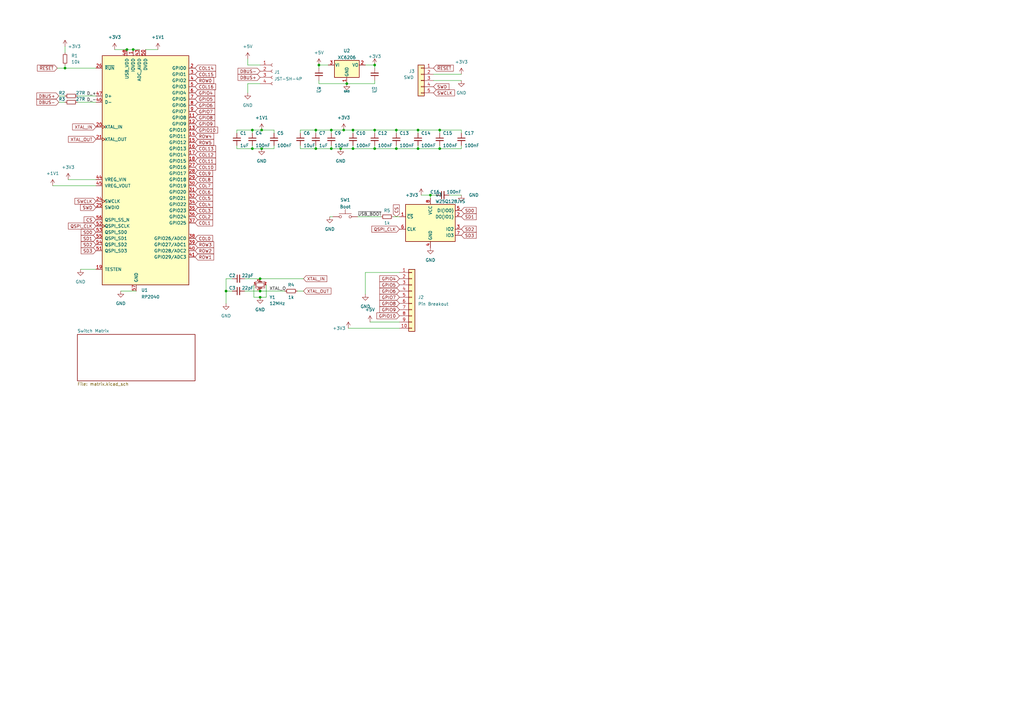
<source format=kicad_sch>
(kicad_sch (version 20211123) (generator eeschema)
  (paper "A3")
  (title_block (title "nullus v1 PCB (UDB COMPATIBLE)") (date "2022-10-07") (rev "3") (company "Nullus Studios"))
  (lib_symbols
    (symbol "Connector:Conn_01x04_Female" (pin_names (offset 1.016) hide)
      (property "Reference" "J" (at 0 5.08 0))
      (property "Value" "Conn_01x04_Female" (at 0 -7.62 0))
      (symbol "Conn_01x04_Female_1_1"
        (arc (start 0 -4.572) (mid -0.508 -5.08) (end 0 -5.588) (stroke (width 0.1524)))
        (arc (start 0 -2.032) (mid -0.508 -2.54) (end 0 -3.048) (stroke (width 0.1524)))
        (polyline (pts (xy -1.27 -5.08) (xy -0.508 -5.08)) (stroke (width 0.1524)))
        (polyline (pts (xy -1.27 -2.54) (xy -0.508 -2.54)) (stroke (width 0.1524)))
        (polyline (pts (xy -1.27 0) (xy -0.508 0)) (stroke (width 0.1524)))
        (polyline (pts (xy -1.27 2.54) (xy -0.508 2.54)) (stroke (width 0.1524)))
        (arc (start 0 0.508) (mid -0.508 0) (end 0 -0.508) (stroke (width 0.1524)))
        (arc (start 0 3.048) (mid -0.508 2.54) (end 0 2.032) (stroke (width 0.1524)))
        (pin passive line (at -5.08 2.54 0) (length 3.81) (name "Pin_1") (number "1"))
        (pin passive line (at -5.08 0 0) (length 3.81) (name "Pin_2") (number "2"))
        (pin passive line (at -5.08 -2.54 0) (length 3.81) (name "Pin_3") (number "3"))
        (pin passive line (at -5.08 -5.08 0) (length 3.81) (name "Pin_4") (number "4"))
      )
    )
    (symbol "Connector_Generic:Conn_01x05" (pin_names (offset 1.016) hide)
      (property "Reference" "J" (at 0 7.62 0))
      (property "Value" "Conn_01x05" (at 0 -7.62 0))
      (symbol "Conn_01x05_1_1"
        (rectangle (start -1.27 -4.953) (end 0 -5.207) (stroke (width 0.1524)))
        (rectangle (start -1.27 -2.413) (end 0 -2.667) (stroke (width 0.1524)))
        (rectangle (start -1.27 0.127) (end 0 -0.127) (stroke (width 0.1524)))
        (rectangle (start -1.27 2.667) (end 0 2.413) (stroke (width 0.1524)))
        (rectangle (start -1.27 5.207) (end 0 4.953) (stroke (width 0.1524)))
        (rectangle (start -1.27 6.35) (end 1.27 -6.35) (stroke (width 0.254)) (fill (type background)))
        (pin passive line (at -5.08 5.08 0) (length 3.81) (name "Pin_1") (number "1"))
        (pin passive line (at -5.08 2.54 0) (length 3.81) (name "Pin_2") (number "2"))
        (pin passive line (at -5.08 0 0) (length 3.81) (name "Pin_3") (number "3"))
        (pin passive line (at -5.08 -2.54 0) (length 3.81) (name "Pin_4") (number "4"))
        (pin passive line (at -5.08 -5.08 0) (length 3.81) (name "Pin_5") (number "5"))
      )
    )
    (symbol "Connector_Generic:Conn_01x10" (pin_names (offset 1.016) hide)
      (property "Reference" "J" (at 0 12.7 0))
      (property "Value" "Conn_01x10" (at 0 -15.24 0))
      (symbol "Conn_01x10_1_1"
        (rectangle (start -1.27 -12.573) (end 0 -12.827) (stroke (width 0.1524)))
        (rectangle (start -1.27 -10.033) (end 0 -10.287) (stroke (width 0.1524)))
        (rectangle (start -1.27 -7.493) (end 0 -7.747) (stroke (width 0.1524)))
        (rectangle (start -1.27 -4.953) (end 0 -5.207) (stroke (width 0.1524)))
        (rectangle (start -1.27 -2.413) (end 0 -2.667) (stroke (width 0.1524)))
        (rectangle (start -1.27 0.127) (end 0 -0.127) (stroke (width 0.1524)))
        (rectangle (start -1.27 2.667) (end 0 2.413) (stroke (width 0.1524)))
        (rectangle (start -1.27 5.207) (end 0 4.953) (stroke (width 0.1524)))
        (rectangle (start -1.27 7.747) (end 0 7.493) (stroke (width 0.1524)))
        (rectangle (start -1.27 10.287) (end 0 10.033) (stroke (width 0.1524)))
        (rectangle (start -1.27 11.43) (end 1.27 -13.97) (stroke (width 0.254)) (fill (type background)))
        (pin passive line (at -5.08 10.16 0) (length 3.81) (name "Pin_1") (number "1"))
        (pin passive line (at -5.08 -12.7 0) (length 3.81) (name "Pin_10") (number "10"))
        (pin passive line (at -5.08 7.62 0) (length 3.81) (name "Pin_2") (number "2"))
        (pin passive line (at -5.08 5.08 0) (length 3.81) (name "Pin_3") (number "3"))
        (pin passive line (at -5.08 2.54 0) (length 3.81) (name "Pin_4") (number "4"))
        (pin passive line (at -5.08 0 0) (length 3.81) (name "Pin_5") (number "5"))
        (pin passive line (at -5.08 -2.54 0) (length 3.81) (name "Pin_6") (number "6"))
        (pin passive line (at -5.08 -5.08 0) (length 3.81) (name "Pin_7") (number "7"))
        (pin passive line (at -5.08 -7.62 0) (length 3.81) (name "Pin_8") (number "8"))
        (pin passive line (at -5.08 -10.16 0) (length 3.81) (name "Pin_9") (number "9"))
      )
    )
    (symbol "Device:C_Small" (pin_numbers hide) (pin_names (offset 0.254) hide)
      (property "Reference" "C" (at 0.254 1.778 0))
      (property "Value" "C_Small" (at 0.254 -2.032 0))
      (symbol "C_Small_0_1"
        (polyline (pts (xy -1.524 -0.508) (xy 1.524 -0.508)) (stroke (width 0.3302)))
        (polyline (pts (xy -1.524 0.508) (xy 1.524 0.508)) (stroke (width 0.3048)))
      )
      (symbol "C_Small_1_1"
        (pin passive line (at 0 2.54 270) (length 2.032) (name "~") (number "1"))
        (pin passive line (at 0 -2.54 90) (length 2.032) (name "~") (number "2"))
      )
    )
    (symbol "Device:Crystal_GND24_Small" (pin_names (offset 1.016) hide)
      (property "Reference" "Y" (at 1.27 4.445 0))
      (property "Value" "Crystal_GND24_Small" (at 1.27 2.54 0))
      (symbol "Crystal_GND24_Small_0_1"
        (rectangle (start -0.762 -1.524) (end 0.762 1.524))
        (polyline (pts (xy -1.27 -0.762) (xy -1.27 0.762)) (stroke (width 0.381)))
        (polyline (pts (xy 1.27 -0.762) (xy 1.27 0.762)) (stroke (width 0.381)))
        (polyline (pts (xy -1.27 -1.27) (xy -1.27 -1.905) (xy 1.27 -1.905) (xy 1.27 -1.27)))
        (polyline (pts (xy -1.27 1.27) (xy -1.27 1.905) (xy 1.27 1.905) (xy 1.27 1.27)))
      )
      (symbol "Crystal_GND24_Small_1_1"
        (pin passive line (at -2.54 0 0) (length 1.27) (name "1") (number "1"))
        (pin passive line (at 0 -2.54 90) (length 0.635) (name "2") (number "2"))
        (pin passive line (at 2.54 0 180) (length 1.27) (name "3") (number "3"))
        (pin passive line (at 0 2.54 270) (length 0.635) (name "4") (number "4"))
      )
    )
    (symbol "Device:R_Small" (pin_numbers hide) (pin_names (offset 0.254) hide)
      (property "Reference" "R" (at 0.762 0.508 0))
      (property "Value" "R_Small" (at 0.762 -1.016 0))
      (symbol "R_Small_0_1"
        (rectangle (start -0.762 1.778) (end 0.762 -1.778) (stroke (width 0.2032)))
      )
      (symbol "R_Small_1_1"
        (pin passive line (at 0 2.54 270) (length 0.762) (name "~") (number "1"))
        (pin passive line (at 0 -2.54 90) (length 0.762) (name "~") (number "2"))
      )
    )
    (symbol "Memory_Flash:W25Q128JVS"
      (property "Reference" "U" (at -8.89 8.89 0))
      (property "Value" "W25Q128JVS" (at 7.62 8.89 0))
      (symbol "W25Q128JVS_0_1"
        (rectangle (start -10.16 7.62) (end 10.16 -7.62) (stroke (width 0.254)) (fill (type background)))
      )
      (symbol "W25Q128JVS_1_1"
        (pin input line (at -12.7 2.54 0) (length 2.54) (name "~{CS}") (number "1"))
        (pin bidirectional line (at 12.7 2.54 180) (length 2.54) (name "DO(IO1)") (number "2"))
        (pin bidirectional line (at 12.7 -2.54 180) (length 2.54) (name "IO2") (number "3"))
        (pin power_in line (at 0 -10.16 90) (length 2.54) (name "GND") (number "4"))
        (pin bidirectional line (at 12.7 5.08 180) (length 2.54) (name "DI(IO0)") (number "5"))
        (pin input line (at -12.7 -2.54 0) (length 2.54) (name "CLK") (number "6"))
        (pin bidirectional line (at 12.7 -5.08 180) (length 2.54) (name "IO3") (number "7"))
        (pin power_in line (at 0 10.16 270) (length 2.54) (name "VCC") (number "8"))
      )
    )
    (symbol "Regulator_Linear:XC6206PxxxMR" (pin_names (offset 0.254))
      (property "Reference" "U" (at -3.81 3.175 0))
      (property "Value" "XC6206PxxxMR" (at 0 3.175 0))
      (symbol "XC6206PxxxMR_0_1"
        (rectangle (start -5.08 1.905) (end 5.08 -5.08) (stroke (width 0.254)) (fill (type background)))
      )
      (symbol "XC6206PxxxMR_1_1"
        (pin power_in line (at 0 -7.62 90) (length 2.54) (name "GND") (number "1"))
        (pin power_out line (at 7.62 0 180) (length 2.54) (name "VO") (number "2"))
        (pin power_in line (at -7.62 0 0) (length 2.54) (name "VI") (number "3"))
      )
    )
    (symbol "Sleep-lib:RP2040" (pin_names (offset 1.016))
      (property "Reference" "U" (at 8.89 51.435 0))
      (property "Value" "RP2040" (at 8.89 48.895 0))
      (symbol "RP2040_0_0"
        (rectangle (start -17.78 -45.72) (end 17.78 48.26) (stroke (width 0.254)) (fill (type background)))
      )
      (symbol "RP2040_1_1"
        (pin power_in line (at -5.08 50.8 270) (length 2.54) (name "IOVDD") (number "1"))
        (pin power_in line (at -5.08 50.8 270) (length 2.54) hide (name "IOVDD") (number "10"))
        (pin input line (at 20.32 22.86 180) (length 2.54) (name "GPIO8") (number "11"))
        (pin input line (at 20.32 20.32 180) (length 2.54) (name "GPIO9") (number "12"))
        (pin input line (at 20.32 17.78 180) (length 2.54) (name "GPIO10") (number "13"))
        (pin input line (at 20.32 15.24 180) (length 2.54) (name "GPIO11") (number "14"))
        (pin input line (at 20.32 12.7 180) (length 2.54) (name "GPIO12") (number "15"))
        (pin input line (at 20.32 10.16 180) (length 2.54) (name "GPIO13") (number "16"))
        (pin input line (at 20.32 7.62 180) (length 2.54) (name "GPIO14") (number "17"))
        (pin input line (at 20.32 5.08 180) (length 2.54) (name "GPIO15") (number "18"))
        (pin input line (at -20.32 -39.37 0) (length 2.54) (name "TESTEN") (number "19"))
        (pin input line (at 20.32 43.18 180) (length 2.54) (name "GPIO0") (number "2"))
        (pin input clock (at -20.32 19.05 0) (length 2.54) (name "XTAL_IN") (number "20"))
        (pin input clock (at -20.32 13.97 0) (length 2.54) (name "XTAL_OUT") (number "21"))
        (pin power_in line (at -5.08 50.8 270) (length 2.54) hide (name "IOVDD") (number "22"))
        (pin power_in line (at 0 50.8 270) (length 2.54) hide (name "DVDD") (number "23"))
        (pin input clock (at -20.32 -11.43 0) (length 2.54) (name "SWCLK") (number "24"))
        (pin bidirectional line (at -20.32 -13.97 0) (length 2.54) (name "SWDIO") (number "25"))
        (pin input line (at -20.32 43.18 0) (length 2.54) (name "~{RUN}") (number "26"))
        (pin input line (at 20.32 2.54 180) (length 2.54) (name "GPIO16") (number "27"))
        (pin input line (at 20.32 0 180) (length 2.54) (name "GPIO17") (number "28"))
        (pin input line (at 20.32 -2.54 180) (length 2.54) (name "GPIO18") (number "29"))
        (pin input line (at 20.32 40.64 180) (length 2.54) (name "GPIO1") (number "3"))
        (pin input line (at 20.32 -5.08 180) (length 2.54) (name "GPIO19") (number "30"))
        (pin input line (at 20.32 -7.62 180) (length 2.54) (name "GPIO20") (number "31"))
        (pin input line (at 20.32 -10.16 180) (length 2.54) (name "GPIO21") (number "32"))
        (pin power_in line (at -5.08 50.8 270) (length 2.54) hide (name "IOVDD") (number "33"))
        (pin input line (at 20.32 -12.7 180) (length 2.54) (name "GPIO22") (number "34"))
        (pin input line (at 20.32 -15.24 180) (length 2.54) (name "GPIO23") (number "35"))
        (pin input line (at 20.32 -17.78 180) (length 2.54) (name "GPIO24") (number "36"))
        (pin input line (at 20.32 -20.32 180) (length 2.54) (name "GPIO25") (number "37"))
        (pin input line (at 20.32 -26.67 180) (length 2.54) (name "GPIO26/ADC0") (number "38"))
        (pin input line (at 20.32 -29.21 180) (length 2.54) (name "GPIO27/ADC1") (number "39"))
        (pin input line (at 20.32 38.1 180) (length 2.54) (name "GPIO2") (number "4"))
        (pin input line (at 20.32 -31.75 180) (length 2.54) (name "GPIO28/ADC2") (number "40"))
        (pin input line (at 20.32 -34.29 180) (length 2.54) (name "GPIO29/ADC3") (number "41"))
        (pin power_in line (at -5.08 50.8 270) (length 2.54) hide (name "IOVDD") (number "42"))
        (pin power_in line (at -2.54 50.8 270) (length 2.54) (name "ADC_AVDD") (number "43"))
        (pin power_in line (at -20.32 -2.54 0) (length 2.54) (name "VREG_VIN") (number "44"))
        (pin power_out line (at -20.32 -5.08 0) (length 2.54) (name "VREG_VOUT") (number "45"))
        (pin bidirectional line (at -20.32 29.21 0) (length 2.54) (name "D-") (number "46"))
        (pin bidirectional line (at -20.32 31.75 0) (length 2.54) (name "D+") (number "47"))
        (pin power_in line (at -7.62 50.8 270) (length 2.54) (name "USB_VDD") (number "48"))
        (pin power_in line (at -5.08 50.8 270) (length 2.54) hide (name "IOVDD") (number "49"))
        (pin input line (at 20.32 35.56 180) (length 2.54) (name "GPIO3") (number "5"))
        (pin power_in line (at 0 50.8 270) (length 2.54) (name "DVDD") (number "50"))
        (pin bidirectional line (at -20.32 -31.75 0) (length 2.54) (name "QSPI_SD3") (number "51"))
        (pin input clock (at -20.32 -21.59 0) (length 2.54) (name "QSPI_SCLK") (number "52"))
        (pin bidirectional line (at -20.32 -24.13 0) (length 2.54) (name "QSPI_SD0") (number "53"))
        (pin bidirectional line (at -20.32 -29.21 0) (length 2.54) (name "QSPI_SD2") (number "54"))
        (pin bidirectional line (at -20.32 -26.67 0) (length 2.54) (name "QSPI_SD1") (number "55"))
        (pin bidirectional line (at -20.32 -19.05 0) (length 2.54) (name "QSPI_SS_N") (number "56"))
        (pin power_in line (at -3.81 -48.26 90) (length 2.54) (name "GND") (number "57"))
        (pin input line (at 20.32 33.02 180) (length 2.54) (name "GPIO4") (number "6"))
        (pin input line (at 20.32 30.48 180) (length 2.54) (name "GPIO5") (number "7"))
        (pin input line (at 20.32 27.94 180) (length 2.54) (name "GPIO6") (number "8"))
        (pin input line (at 20.32 25.4 180) (length 2.54) (name "GPIO7") (number "9"))
      )
    )
    (symbol "Switch:SW_Push" (pin_numbers hide) (pin_names (offset 1.016) hide)
      (property "Reference" "SW" (at 1.27 2.54 0))
      (property "Value" "SW_Push" (at 0 -1.524 0))
      (symbol "SW_Push_0_1"
        (circle (center -2.032 0) (radius 0.508))
        (polyline (pts (xy 0 1.27) (xy 0 3.048)))
        (polyline (pts (xy 2.54 1.27) (xy -2.54 1.27)))
        (circle (center 2.032 0) (radius 0.508))
        (pin passive line (at -5.08 0 0) (length 2.54) (name "1") (number "1"))
        (pin passive line (at 5.08 0 180) (length 2.54) (name "2") (number "2"))
      )
    )
    (symbol "power:+1V1" (power) (pin_names (offset 0))
      (property "Value" "+1V1" (at 0 3.556 0))
      (symbol "+1V1_0_1"
        (polyline (pts (xy -0.762 1.27) (xy 0 2.54)))
        (polyline (pts (xy 0 0) (xy 0 2.54)))
        (polyline (pts (xy 0 2.54) (xy 0.762 1.27)))
      )
      (symbol "+1V1_1_1"
        (pin power_in line (at 0 0 90) (length 0) hide (name "+1V1") (number "1"))
      )
    )
    (symbol "power:+3.3V" (power) (pin_names (offset 0))
      (property "Value" "+3.3V" (at 0 3.556 0))
      (symbol "+3.3V_0_1"
        (polyline (pts (xy -0.762 1.27) (xy 0 2.54)))
        (polyline (pts (xy 0 0) (xy 0 2.54)))
        (polyline (pts (xy 0 2.54) (xy 0.762 1.27)))
      )
      (symbol "+3.3V_1_1"
        (pin power_in line (at 0 0 90) (length 0) hide (name "+3V3") (number "1"))
      )
    )
    (symbol "power:+3V3" (power) (pin_names (offset 0))
      (property "Value" "+3V3" (at 0 3.556 0))
      (symbol "+3V3_0_1"
        (polyline (pts (xy -0.762 1.27) (xy 0 2.54)))
        (polyline (pts (xy 0 0) (xy 0 2.54)))
        (polyline (pts (xy 0 2.54) (xy 0.762 1.27)))
      )
      (symbol "+3V3_1_1"
        (pin power_in line (at 0 0 90) (length 0) hide (name "+3V3") (number "1"))
      )
    )
    (symbol "power:+5V" (power) (pin_names (offset 0))
      (property "Value" "+5V" (at 0 3.556 0))
      (symbol "+5V_0_1"
        (polyline (pts (xy -0.762 1.27) (xy 0 2.54)))
        (polyline (pts (xy 0 0) (xy 0 2.54)))
        (polyline (pts (xy 0 2.54) (xy 0.762 1.27)))
      )
      (symbol "+5V_1_1"
        (pin power_in line (at 0 0 90) (length 0) hide (name "+5V") (number "1"))
      )
    )
    (symbol "power:GND" (power) (pin_names (offset 0))
      (property "Value" "GND" (at 0 -3.81 0))
      (symbol "GND_0_1"
        (polyline (pts (xy 0 0) (xy 0 -1.27) (xy 1.27 -1.27) (xy 0 -2.54) (xy -1.27 -1.27) (xy 0 -1.27)))
      )
      (symbol "GND_1_1"
        (pin power_in line (at 0 0 270) (length 0) hide (name "GND") (number "1"))
      )
    )
  )
  (junction (at 153.67 26.67) (diameter 0.9144))
  (junction (at 135.89 60.96))
  (junction (at 106.68 121.92))
  (junction (at 135.89 53.34))
  (junction (at 180.34 60.96))
  (junction (at 144.78 53.34))
  (junction (at 106.68 114.3))
  (junction (at 52.07 20.32))
  (junction (at 142.24 34.29) (diameter 0.9144))
  (junction (at 171.45 53.34))
  (junction (at 176.53 80.01))
  (junction (at 92.71 119.38))
  (junction (at 153.67 60.96))
  (junction (at 130.81 26.67) (diameter 0.9144))
  (junction (at 171.45 60.96))
  (junction (at 26.67 27.94))
  (junction (at 162.56 60.96))
  (junction (at 106.68 119.38))
  (junction (at 107.315 60.96))
  (junction (at 103.505 60.96))
  (junction (at 139.7 60.96))
  (junction (at 54.61 20.32))
  (junction (at 162.56 53.34))
  (junction (at 129.54 60.96))
  (junction (at 107.315 53.34))
  (junction (at 103.505 53.34))
  (junction (at 144.78 60.96))
  (junction (at 129.54 53.34))
  (junction (at 180.34 53.34))
  (junction (at 140.97 53.34))
  (junction (at 153.67 53.34))
  (wire (pts (xy 106.68 26.67) (xy 101.6 26.67)))
  (wire (pts (xy 106.68 34.29) (xy 101.6 34.29)))
  (wire (pts (xy 171.45 53.34) (xy 171.45 54.61)))
  (wire (pts (xy 153.67 60.96) (xy 153.67 59.69)))
  (wire (pts (xy 106.68 114.3) (xy 124.46 114.3)))
  (wire (pts (xy 135.255 88.9) (xy 136.525 88.9)))
  (wire (pts (xy 129.54 59.69) (xy 129.54 60.96)))
  (wire (pts (xy 97.155 59.69) (xy 97.155 60.96)))
  (wire (pts (xy 135.89 53.34) (xy 140.97 53.34)))
  (wire (pts (xy 146.685 88.9) (xy 156.21 88.9)))
  (wire (pts (xy 176.53 80.01) (xy 176.53 81.28)))
  (wire (pts (xy 24.13 41.91) (xy 26.67 41.91)))
  (wire (pts (xy 107.315 53.34) (xy 103.505 53.34)))
  (wire (pts (xy 144.78 60.96) (xy 153.67 60.96)))
  (wire (pts (xy 176.53 80.01) (xy 179.07 80.01)))
  (wire (pts (xy 153.67 53.34) (xy 153.67 54.61)))
  (wire (pts (xy 123.19 54.61) (xy 123.19 53.34)))
  (wire (pts (xy 100.33 119.38) (xy 106.68 119.38)))
  (wire (pts (xy 101.6 34.29) (xy 101.6 38.1)))
  (wire (pts (xy 142.24 34.29) (xy 153.67 34.29)))
  (wire (pts (xy 171.45 53.34) (xy 180.34 53.34)))
  (wire (pts (xy 123.19 60.96) (xy 129.54 60.96)))
  (wire (pts (xy 153.67 60.96) (xy 162.56 60.96)))
  (wire (pts (xy 135.89 59.69) (xy 135.89 60.96)))
  (wire (pts (xy 104.14 116.84) (xy 104.14 121.92)))
  (wire (pts (xy 104.14 121.92) (xy 106.68 121.92)))
  (wire (pts (xy 27.94 73.66) (xy 39.37 73.66)))
  (wire (pts (xy 103.505 53.34) (xy 103.505 54.61)))
  (wire (pts (xy 129.54 60.96) (xy 135.89 60.96)))
  (wire (pts (xy 92.71 119.38) (xy 92.71 124.46)))
  (wire (pts (xy 26.67 27.94) (xy 39.37 27.94)))
  (wire (pts (xy 151.765 132.08) (xy 163.83 132.08)))
  (wire (pts (xy 189.23 60.96) (xy 189.23 59.69)))
  (wire (pts (xy 153.67 26.67) (xy 153.67 27.94)))
  (wire (pts (xy 54.61 20.32) (xy 57.15 20.32)))
  (wire (pts (xy 177.8 30.48) (xy 189.23 30.48)))
  (wire (pts (xy 46.99 20.32) (xy 52.07 20.32)))
  (wire (pts (xy 92.71 119.38) (xy 95.25 119.38)))
  (wire (pts (xy 39.37 76.2) (xy 21.59 76.2)))
  (wire (pts (xy 142.875 134.62) (xy 163.83 134.62)))
  (wire (pts (xy 180.34 60.96) (xy 189.23 60.96)))
  (wire (pts (xy 31.75 41.91) (xy 39.37 41.91)))
  (wire (pts (xy 153.67 33.02) (xy 153.67 34.29)))
  (wire (pts (xy 162.56 53.34) (xy 171.45 53.34)))
  (wire (pts (xy 180.34 60.96) (xy 180.34 59.69)))
  (wire (pts (xy 180.34 53.34) (xy 189.23 53.34)))
  (wire (pts (xy 163.83 111.76) (xy 149.86 111.76)))
  (wire (pts (xy 144.78 53.34) (xy 144.78 54.61)))
  (wire (pts (xy 135.89 60.96) (xy 139.7 60.96)))
  (wire (pts (xy 171.45 59.69) (xy 171.45 60.96)))
  (wire (pts (xy 144.78 53.34) (xy 153.67 53.34)))
  (wire (pts (xy 109.22 116.84) (xy 109.22 121.92)))
  (wire (pts (xy 97.155 53.34) (xy 97.155 54.61)))
  (wire (pts (xy 149.86 111.76) (xy 149.86 120.65)))
  (wire (pts (xy 180.34 53.34) (xy 180.34 54.61)))
  (wire (pts (xy 142.24 34.29) (xy 130.81 34.29)))
  (wire (pts (xy 103.505 53.34) (xy 97.155 53.34)))
  (wire (pts (xy 162.56 60.96) (xy 171.45 60.96)))
  (wire (pts (xy 144.78 60.96) (xy 144.78 59.69)))
  (wire (pts (xy 140.97 53.34) (xy 144.78 53.34)))
  (wire (pts (xy 24.13 39.37) (xy 26.67 39.37)))
  (wire (pts (xy 162.56 53.34) (xy 162.56 54.61)))
  (wire (pts (xy 189.23 53.34) (xy 189.23 54.61)))
  (wire (pts (xy 112.395 60.96) (xy 112.395 59.69)))
  (wire (pts (xy 112.395 53.34) (xy 112.395 54.61)))
  (wire (pts (xy 130.81 26.67) (xy 130.81 27.94)))
  (wire (pts (xy 184.15 80.01) (xy 189.23 80.01)))
  (wire (pts (xy 130.81 26.67) (xy 134.62 26.67)))
  (wire (pts (xy 26.67 19.05) (xy 26.67 21.59)))
  (wire (pts (xy 189.23 33.02) (xy 177.8 33.02)))
  (wire (pts (xy 23.495 27.94) (xy 26.67 27.94)))
  (wire (pts (xy 106.68 119.38) (xy 116.84 119.38)))
  (wire (pts (xy 161.29 88.9) (xy 163.83 88.9)))
  (wire (pts (xy 149.86 26.67) (xy 153.67 26.67)))
  (wire (pts (xy 101.6 24.13) (xy 101.6 26.67)))
  (wire (pts (xy 103.505 60.96) (xy 107.315 60.96)))
  (wire (pts (xy 109.22 121.92) (xy 106.68 121.92)))
  (wire (pts (xy 103.505 59.69) (xy 103.505 60.96)))
  (wire (pts (xy 129.54 53.34) (xy 129.54 54.61)))
  (wire (pts (xy 123.19 53.34) (xy 129.54 53.34)))
  (wire (pts (xy 95.25 114.3) (xy 92.71 114.3)))
  (wire (pts (xy 49.53 119.38) (xy 55.88 119.38)))
  (wire (pts (xy 100.33 114.3) (xy 106.68 114.3)))
  (wire (pts (xy 153.67 53.34) (xy 162.56 53.34)))
  (wire (pts (xy 171.45 60.96) (xy 180.34 60.96)))
  (wire (pts (xy 52.07 20.32) (xy 54.61 20.32)))
  (wire (pts (xy 135.89 53.34) (xy 129.54 53.34)))
  (wire (pts (xy 92.71 114.3) (xy 92.71 119.38)))
  (wire (pts (xy 31.75 39.37) (xy 39.37 39.37)))
  (wire (pts (xy 59.69 20.32) (xy 64.77 20.32)))
  (wire (pts (xy 139.7 60.96) (xy 144.78 60.96)))
  (wire (pts (xy 26.67 26.67) (xy 26.67 27.94)))
  (wire (pts (xy 123.19 59.69) (xy 123.19 60.96)))
  (wire (pts (xy 172.72 80.01) (xy 176.53 80.01)))
  (wire (pts (xy 121.92 119.38) (xy 124.46 119.38)))
  (wire (pts (xy 135.89 53.34) (xy 135.89 54.61)))
  (wire (pts (xy 33.02 110.49) (xy 39.37 110.49)))
  (wire (pts (xy 162.56 59.69) (xy 162.56 60.96)))
  (wire (pts (xy 107.315 60.96) (xy 112.395 60.96)))
  (wire (pts (xy 97.155 60.96) (xy 103.505 60.96)))
  (wire (pts (xy 130.81 33.02) (xy 130.81 34.29)))
  (wire (pts (xy 107.315 53.34) (xy 112.395 53.34)))
  (label "D_+" (at 35.56 39.37 0))
  (label "D_-" (at 35.56 41.91 0))
  (label "XTAL_O" (at 110.49 119.38 0))
  (label "~{USB_BOOT}" (at 146.685 88.9 0))
  (global_label "COL10" (shape input) (at 80.01 68.58 0) (property "Intersheet References" "${INTERSHEET_REFS}" (effects hide)))
  (global_label "SD3" (shape input) (at 39.37 102.87 180) (property "Intersheet References" "${INTERSHEET_REFS}" (effects hide)))
  (global_label "ROW4" (shape input) (at 80.01 55.88 0) (property "Intersheet References" "${INTERSHEET_REFS}" (effects hide)))
  (global_label "CS" (shape input) (at 162.56 88.9 90) (property "Intersheet References" "${INTERSHEET_REFS}" (effects hide)))
  (global_label "COL2" (shape input) (at 80.01 88.9 0) (property "Intersheet References" "${INTERSHEET_REFS}" (effects hide)))
  (global_label "ROW0" (shape input) (at 80.01 33.02 0) (property "Intersheet References" "${INTERSHEET_REFS}" (effects hide)))
  (global_label "QSPI_CLK" (shape input) (at 163.83 93.98 180) (property "Intersheet References" "${INTERSHEET_REFS}" (effects hide)))
  (global_label "SD3" (shape input) (at 189.23 96.52 0) (property "Intersheet References" "${INTERSHEET_REFS}" (effects hide)))
  (global_label "DBUS+" (shape input) (at 106.68 31.75 180) (property "Intersheet References" "${INTERSHEET_REFS}" (effects hide)))
  (global_label "GPIO4" (shape input) (at 163.83 114.3 180) (property "Intersheet References" "${INTERSHEET_REFS}" (effects hide)))
  (global_label "DBUS-" (shape input) (at 24.13 41.91 180) (property "Intersheet References" "${INTERSHEET_REFS}" (effects hide)))
  (global_label "ROW5" (shape input) (at 80.01 58.42 0) (property "Intersheet References" "${INTERSHEET_REFS}" (effects hide)))
  (global_label "GPIO6" (shape input) (at 163.83 119.38 180) (property "Intersheet References" "${INTERSHEET_REFS}" (effects hide)))
  (global_label "GPIO7" (shape input) (at 163.83 121.92 180) (property "Intersheet References" "${INTERSHEET_REFS}" (effects hide)))
  (global_label "COL12" (shape input) (at 80.01 63.5 0) (property "Intersheet References" "${INTERSHEET_REFS}" (effects hide)))
  (global_label "COL7" (shape input) (at 80.01 76.2 0) (property "Intersheet References" "${INTERSHEET_REFS}" (effects hide)))
  (global_label "COL13" (shape input) (at 80.01 60.96 0) (property "Intersheet References" "${INTERSHEET_REFS}" (effects hide)))
  (global_label "COL1" (shape input) (at 80.01 91.44 0) (property "Intersheet References" "${INTERSHEET_REFS}" (effects hide)))
  (global_label "COL11" (shape input) (at 80.01 66.04 0) (property "Intersheet References" "${INTERSHEET_REFS}" (effects hide)))
  (global_label "QSPI_CLK" (shape input) (at 39.37 92.71 180) (property "Intersheet References" "${INTERSHEET_REFS}" (effects hide)))
  (global_label "GPIO8" (shape input) (at 80.01 48.26 0) (property "Intersheet References" "${INTERSHEET_REFS}" (effects hide)))
  (global_label "SD0" (shape input) (at 189.23 86.36 0) (property "Intersheet References" "${INTERSHEET_REFS}" (effects hide)))
  (global_label "COL9" (shape input) (at 80.01 71.12 0) (property "Intersheet References" "${INTERSHEET_REFS}" (effects hide)))
  (global_label "COL4" (shape input) (at 80.01 83.82 0) (property "Intersheet References" "${INTERSHEET_REFS}" (effects hide)))
  (global_label "SD1" (shape input) (at 39.37 97.79 180) (property "Intersheet References" "${INTERSHEET_REFS}" (effects hide)))
  (global_label "SWCLK" (shape input) (at 39.37 82.55 180) (property "Intersheet References" "${INTERSHEET_REFS}" (effects hide)))
  (global_label "GPIO10" (shape input) (at 80.01 53.34 0) (property "Intersheet References" "${INTERSHEET_REFS}" (effects hide)))
  (global_label "SWD" (shape input) (at 177.8 35.56 0) (property "Intersheet References" "${INTERSHEET_REFS}" (effects hide)))
  (global_label "GPIO9" (shape input) (at 163.83 127 180) (property "Intersheet References" "${INTERSHEET_REFS}" (effects hide)))
  (global_label "GPIO5" (shape input) (at 163.83 116.84 180) (property "Intersheet References" "${INTERSHEET_REFS}" (effects hide)))
  (global_label "COL0" (shape input) (at 80.01 97.79 0) (property "Intersheet References" "${INTERSHEET_REFS}" (effects hide)))
  (global_label "SWD" (shape input) (at 39.37 85.09 180) (property "Intersheet References" "${INTERSHEET_REFS}" (effects hide)))
  (global_label "COL8" (shape input) (at 80.01 73.66 0) (property "Intersheet References" "${INTERSHEET_REFS}" (effects hide)))
  (global_label "DBUS+" (shape input) (at 24.13 39.37 180) (property "Intersheet References" "${INTERSHEET_REFS}" (effects hide)))
  (global_label "COL16" (shape input) (at 80.01 35.56 0) (property "Intersheet References" "${INTERSHEET_REFS}" (effects hide)))
  (global_label "~{RESET}" (shape input) (at 23.495 27.94 180) (property "Intersheet References" "${INTERSHEET_REFS}" (effects hide)))
  (global_label "ROW1" (shape input) (at 80.01 105.41 0) (property "Intersheet References" "${INTERSHEET_REFS}" (effects hide)))
  (global_label "SWCLK" (shape input) (at 177.8 38.1 0) (property "Intersheet References" "${INTERSHEET_REFS}" (effects hide)))
  (global_label "COL15" (shape input) (at 80.01 30.48 0) (property "Intersheet References" "${INTERSHEET_REFS}" (effects hide)))
  (global_label "COL6" (shape input) (at 80.01 78.74 0) (property "Intersheet References" "${INTERSHEET_REFS}" (effects hide)))
  (global_label "ROW2" (shape input) (at 80.01 102.87 0) (property "Intersheet References" "${INTERSHEET_REFS}" (effects hide)))
  (global_label "GPIO4" (shape input) (at 80.01 38.1 0) (property "Intersheet References" "${INTERSHEET_REFS}" (effects hide)))
  (global_label "SD2" (shape input) (at 39.37 100.33 180) (property "Intersheet References" "${INTERSHEET_REFS}" (effects hide)))
  (global_label "GPIO5" (shape input) (at 80.01 40.64 0) (property "Intersheet References" "${INTERSHEET_REFS}" (effects hide)))
  (global_label "COL3" (shape input) (at 80.01 86.36 0) (property "Intersheet References" "${INTERSHEET_REFS}" (effects hide)))
  (global_label "GPIO6" (shape input) (at 80.01 43.18 0) (property "Intersheet References" "${INTERSHEET_REFS}" (effects hide)))
  (global_label "SD1" (shape input) (at 189.23 88.9 0) (property "Intersheet References" "${INTERSHEET_REFS}" (effects hide)))
  (global_label "XTAL_IN" (shape input) (at 124.46 114.3 0) (property "Intersheet References" "${INTERSHEET_REFS}" (effects hide)))
  (global_label "XTAL_OUT" (shape input) (at 124.46 119.38 0) (property "Intersheet References" "${INTERSHEET_REFS}" (effects hide)))
  (global_label "ROW3" (shape input) (at 80.01 100.33 0) (property "Intersheet References" "${INTERSHEET_REFS}" (effects hide)))
  (global_label "GPIO8" (shape input) (at 163.83 124.46 180) (property "Intersheet References" "${INTERSHEET_REFS}" (effects hide)))
  (global_label "XTAL_IN" (shape input) (at 39.37 52.07 180) (property "Intersheet References" "${INTERSHEET_REFS}" (effects hide)))
  (global_label "GPIO9" (shape input) (at 80.01 50.8 0) (property "Intersheet References" "${INTERSHEET_REFS}" (effects hide)))
  (global_label "XTAL_OUT" (shape input) (at 39.37 57.15 180) (property "Intersheet References" "${INTERSHEET_REFS}" (effects hide)))
  (global_label "GPIO10" (shape input) (at 163.83 129.54 180) (property "Intersheet References" "${INTERSHEET_REFS}" (effects hide)))
  (global_label "DBUS-" (shape input) (at 106.68 29.21 180) (property "Intersheet References" "${INTERSHEET_REFS}" (effects hide)))
  (global_label "~{RESET}" (shape input) (at 177.8 27.94 0) (property "Intersheet References" "${INTERSHEET_REFS}" (effects hide)))
  (global_label "SD0" (shape input) (at 39.37 95.25 180) (property "Intersheet References" "${INTERSHEET_REFS}" (effects hide)))
  (global_label "SD2" (shape input) (at 189.23 93.98 0) (property "Intersheet References" "${INTERSHEET_REFS}" (effects hide)))
  (global_label "GPIO7" (shape input) (at 80.01 45.72 0) (property "Intersheet References" "${INTERSHEET_REFS}" (effects hide)))
  (global_label "COL14" (shape input) (at 80.01 27.94 0) (property "Intersheet References" "${INTERSHEET_REFS}" (effects hide)))
  (global_label "CS" (shape input) (at 39.37 90.17 180) (property "Intersheet References" "${INTERSHEET_REFS}" (effects hide)))
  (global_label "COL5" (shape input) (at 80.01 81.28 0) (property "Intersheet References" "${INTERSHEET_REFS}" (effects hide)))
  (symbol (lib_id "Device:C_Small") (at 123.19 57.15 0) (unit 1)
    (property "Reference" "C6" (at 124.46 54.6099 0) (effects (justify left)))
    (property "Value" "10uF" (at 124.46 59.6899 0) (effects (justify left)))
    (property "Footprint" "Capacitor_SMD:C_0402_1005Metric" (effects hide))
    (property "LCSC" "C15525" (effects hide))
  )
  (symbol (lib_id "power:+3V3") (at 27.94 73.66 0) (unit 1)
    (property "Reference" "#PWR03" (effects hide))
    (property "Value" "+3V3" (at 27.94 68.58 0))
  )
  (symbol (lib_id "power:+3V3") (at 46.99 20.32 0) (unit 1)
    (property "Reference" "#PWR05" (effects hide))
    (property "Value" "+3V3" (at 46.99 15.24 0))
  )
  (symbol (lib_id "Device:C_Small") (at 181.61 80.01 90) (unit 1)
    (property "Reference" "C16" (at 180.3399 78.74 90) (effects (justify left)))
    (property "Value" "100nF" (at 189.2299 78.74 90) (effects (justify left)))
    (property "Footprint" "Capacitor_SMD:C_0402_1005Metric" (effects hide))
    (property "LCSC" "C1525" (effects hide))
  )
  (symbol (lib_id "Device:C_Small") (at 189.23 57.15 0) (unit 1)
    (property "Reference" "C17" (at 190.5 54.6099 0) (effects (justify left)))
    (property "Value" "100nF" (at 190.5 59.6899 0) (effects (justify left)))
    (property "Footprint" "Capacitor_SMD:C_0402_1005Metric" (effects hide))
    (property "LCSC" "C1525" (effects hide))
  )
  (symbol (lib_id "power:GND") (at 176.53 101.6 0) (unit 1)
    (property "Reference" "#PWR024" (effects hide))
    (property "Value" "GND" (at 176.53 106.68 0))
  )
  (symbol (lib_id "Device:C_Small") (at 97.155 57.15 0) (unit 1)
    (property "Reference" "C1" (at 98.425 54.6099 0) (effects (justify left)))
    (property "Value" "1uF" (at 98.425 59.6899 0) (effects (justify left)))
    (property "Footprint" "Capacitor_SMD:C_0402_1005Metric" (effects hide))
    (property "LCSC" "C52923" (effects hide))
  )
  (symbol (lib_id "power:+5V") (at 130.81 26.67 0) (unit 1)
    (property "Reference" "#PWR014" (effects hide))
    (property "Value" "+5V" (at 130.81 21.59 0))
  )
  (symbol (lib_id "Device:C_Small") (at 153.67 57.15 0) (unit 1)
    (property "Reference" "C12" (at 154.94 54.6099 0) (effects (justify left)))
    (property "Value" "100nF" (at 154.94 59.6899 0) (effects (justify left)))
    (property "Footprint" "Capacitor_SMD:C_0402_1005Metric" (effects hide))
    (property "LCSC" "C1525" (effects hide))
  )
  (symbol (lib_id "Device:R_Small") (at 158.75 88.9 90) (unit 1)
    (property "Reference" "R5" (at 158.75 86.36 90))
    (property "Value" "1k" (at 158.75 91.44 90))
    (property "Footprint" "Resistor_SMD:R_0402_1005Metric" (effects hide))
    (property "LCSC" "C11702" (effects hide))
  )
  (symbol (lib_id "power:+3V3") (at 189.23 30.48 0) (unit 1)
    (property "Reference" "#PWR025" (effects hide))
    (property "Value" "+3V3" (at 189.23 25.4 0))
  )
  (symbol (lib_id "power:+1V1") (at 107.315 53.34 0) (unit 1)
    (property "Reference" "#PWR012" (effects hide))
    (property "Value" "+1V1" (at 107.315 48.26 0))
  )
  (symbol (lib_id "Device:C_Small") (at 180.34 57.15 0) (unit 1)
    (property "Reference" "C15" (at 181.61 54.6099 0) (effects (justify left)))
    (property "Value" "100nF" (at 181.61 59.6899 0) (effects (justify left)))
    (property "Footprint" "Capacitor_SMD:C_0402_1005Metric" (effects hide))
    (property "LCSC" "C1525" (effects hide))
  )
  (symbol (lib_id "power:GND") (at 101.6 38.1 0) (unit 1)
    (property "Reference" "#PWR010" (effects hide))
    (property "Value" "GND" (at 101.6 43.18 0))
  )
  (symbol (lib_id "Device:R_Small") (at 119.38 119.38 90) (unit 1)
    (property "Reference" "R4" (at 119.38 116.84 90))
    (property "Value" "1k" (at 119.38 121.92 90))
    (property "Footprint" "Resistor_SMD:R_0402_1005Metric" (effects hide))
    (property "LCSC" "C11702" (effects hide))
  )
  (symbol (lib_id "power:+3V3") (at 142.875 134.62 0) (unit 1)
    (property "Reference" "#PWR019" (effects hide))
    (property "Value" "+3V3" (at 139.065 134.62 0))
  )
  (symbol (lib_id "Connector_Generic:Conn_01x05") (at 172.72 33.02 0) (mirror y) (unit 1) (in_bom no)
    (property "Reference" "J3" (at 168.91 29.21 0))
    (property "Value" "SWD" (at 167.64 31.75 0))
    (property "Footprint" "Connector_PinSocket_2.54mm:PinSocket_1x05_P2.54mm_Vertical" (effects hide))
  )
  (symbol (lib_id "power:+1V1") (at 21.59 76.2 0) (unit 1)
    (property "Reference" "#PWR01" (effects hide))
    (property "Value" "+1V1" (at 21.59 71.12 0))
  )
  (symbol (lib_id "power:+3V3") (at 172.72 80.01 0) (unit 1)
    (property "Reference" "#PWR023" (effects hide))
    (property "Value" "+3V3" (at 168.91 80.01 0))
  )
  (symbol (lib_id "Regulator_Linear:XC6206PxxxMR") (at 142.24 26.67 0) (unit 1)
    (property "Reference" "U2" (at 142.24 20.7985 0))
    (property "Value" "XC6206" (at 142.24 23.5736 0))
    (property "Footprint" "Package_TO_SOT_SMD:SOT-23" (effects hide))
    (property "Datasheet" "https://www.torexsemi.com/file/xc6206/XC6206.pdf" (effects hide))
  )
  (symbol (lib_id "Device:C_Small") (at 144.78 57.15 0) (unit 1)
    (property "Reference" "C10" (at 146.05 54.6099 0) (effects (justify left)))
    (property "Value" "100nF" (at 146.05 59.6899 0) (effects (justify left)))
    (property "Footprint" "Capacitor_SMD:C_0402_1005Metric" (effects hide))
    (property "LCSC" "C1525" (effects hide))
  )
  (symbol (lib_id "Device:R_Small") (at 29.21 39.37 90) (unit 1)
    (property "Reference" "R2" (at 25.4 38.1 90))
    (property "Value" "27R" (at 33.02 38.1 90))
    (property "Footprint" "Resistor_SMD:R_0603_1608Metric" (effects hide))
    (property "LCSC" "C25190" (effects hide))
  )
  (symbol (lib_id "power:GND") (at 189.23 80.01 0) (unit 1)
    (property "Reference" "#PWR027" (effects hide))
    (property "Value" "GND" (at 194.31 80.01 0))
  )
  (symbol (lib_id "Sleep-lib:RP2040") (at 59.69 71.12 0) (unit 1)
    (property "Reference" "U1" (at 57.8994 118.9895 0) (effects (justify left)))
    (property "Value" "RP2040" (at 57.8994 121.7646 0) (effects (justify left)))
    (property "Footprint" "Sleep-lib:RP2040-QFN-56" (effects hide))
    (property "Datasheet" "https://datasheets.raspberrypi.com/rp2040/rp2040-datasheet.pdf" (effects hide))
  )
  (symbol (lib_id "Device:C_Small") (at 129.54 57.15 0) (unit 1)
    (property "Reference" "C7" (at 130.81 54.6099 0) (effects (justify left)))
    (property "Value" "1uF" (at 130.81 59.6899 0) (effects (justify left)))
    (property "Footprint" "Capacitor_SMD:C_0402_1005Metric" (effects hide))
    (property "LCSC" "C52923" (effects hide))
  )
  (symbol (lib_id "power:+1V1") (at 64.77 20.32 0) (unit 1)
    (property "Reference" "#PWR07" (effects hide))
    (property "Value" "+1V1" (at 64.77 15.24 0))
  )
  (symbol (lib_id "power:+5V") (at 101.6 24.13 0) (unit 1)
    (property "Reference" "#PWR09" (effects hide))
    (property "Value" "+5V" (at 101.6 19.05 0))
  )
  (symbol (lib_id "Connector_Generic:Conn_01x10") (at 168.91 121.92 0) (unit 1) (in_bom no)
    (property "Reference" "J2" (at 171.45 121.92 0) (effects (justify left)))
    (property "Value" "Pin Breakout" (at 171.45 124.6951 0) (effects (justify left)))
    (property "Footprint" "Connector_PinSocket_2.54mm:PinSocket_1x10_P2.54mm_Vertical" (effects hide))
  )
  (symbol (lib_id "Device:Crystal_GND24_Small") (at 106.68 116.84 90) (unit 1)
    (property "Reference" "Y1" (at 110.49 121.92 90) (effects (justify right)))
    (property "Value" "12MHz" (at 110.49 124.46 90) (effects (justify right)))
    (property "Footprint" "Crystal:Crystal_SMD_3225-4Pin_3.2x2.5mm" (effects hide))
    (property "LCSC" "C9002" (effects hide))
  )
  (symbol (lib_id "Device:C_Small") (at 97.79 114.3 90) (unit 1)
    (property "Reference" "C2" (at 95.25 113.03 90))
    (property "Value" "22pF" (at 101.6 113.03 90))
    (property "Footprint" "Capacitor_SMD:C_0402_1005Metric" (effects hide))
    (property "LCSC" "C1555" (effects hide))
  )
  (symbol (lib_id "power:GND") (at 149.86 120.65 0) (unit 1)
    (property "Reference" "#PWR020" (effects hide))
    (property "Value" "GND" (at 149.86 125.73 0))
  )
  (symbol (lib_id "power:+3V3") (at 140.97 53.34 0) (unit 1)
    (property "Reference" "#PWR017" (effects hide))
    (property "Value" "+3V3" (at 140.97 48.26 0))
  )
  (symbol (lib_id "Device:R_Small") (at 29.21 41.91 90) (unit 1)
    (property "Reference" "R3" (at 25.4 40.64 90))
    (property "Value" "27R" (at 33.02 40.64 90))
    (property "Footprint" "Resistor_SMD:R_0603_1608Metric" (effects hide))
    (property "LCSC" "C25190" (effects hide))
  )
  (symbol (lib_id "power:GND") (at 33.02 110.49 0) (unit 1)
    (property "Reference" "#PWR04" (effects hide))
    (property "Value" "GND" (at 33.02 115.57 0))
  )
  (symbol (lib_id "Device:C_Small") (at 97.79 119.38 90) (unit 1)
    (property "Reference" "C3" (at 95.25 118.11 90))
    (property "Value" "22pF" (at 101.6 118.11 90))
    (property "Footprint" "Capacitor_SMD:C_0402_1005Metric" (effects hide))
    (property "LCSC" "C1555" (effects hide))
  )
  (symbol (lib_id "power:GND") (at 142.24 34.29 0) (unit 1)
    (property "Reference" "#PWR018" (effects hide))
    (property "Value" "GND" (at 142.24 37.465 0) (effects (font (size 0.762 0.762))))
  )
  (symbol (lib_id "Device:C_Small") (at 103.505 57.15 0) (unit 1)
    (property "Reference" "C4" (at 104.775 54.6099 0) (effects (justify left)))
    (property "Value" "100nF" (at 104.775 59.6899 0) (effects (justify left)))
    (property "Footprint" "Capacitor_SMD:C_0402_1005Metric" (effects hide))
    (property "LCSC" "C1525" (effects hide))
  )
  (symbol (lib_id "Device:C_Small") (at 153.67 30.48 180) (unit 1)
    (property "Reference" "C11" (at 153.67 36.195 0) (effects (font (size 0.762 0.762))))
    (property "Value" "1uF" (at 153.67 37.465 0) (effects (font (size 0.762 0.762))))
    (property "Footprint" "Capacitor_SMD:C_0402_1005Metric" (effects hide))
    (property "LCSC" "C52923" (effects hide))
  )
  (symbol (lib_id "power:GND") (at 135.255 88.9 0) (unit 1)
    (property "Reference" "#PWR015" (effects hide))
    (property "Value" "GND" (at 135.255 93.98 0))
  )
  (symbol (lib_id "power:GND") (at 106.68 121.92 0) (unit 1)
    (property "Reference" "#PWR011" (effects hide))
    (property "Value" "GND" (at 106.68 127 0))
  )
  (symbol (lib_id "power:GND") (at 139.7 60.96 0) (unit 1)
    (property "Reference" "#PWR016" (effects hide))
    (property "Value" "GND" (at 139.7 66.04 0))
  )
  (symbol (lib_id "Connector:Conn_01x04_Female") (at 111.76 29.21 0) (unit 1)
    (property "Reference" "J1" (at 112.4712 29.5715 0) (effects (justify left)))
    (property "Value" "JST-SH-4P" (at 112.4712 32.3466 0) (effects (justify left)))
    (property "Footprint" "Connector_JST:JST_SH_SM04B-SRSS-TB_1x04-1MP_P1.00mm_Horizontal" (effects hide))
  )
  (symbol (lib_id "Device:C_Small") (at 112.395 57.15 0) (unit 1)
    (property "Reference" "C5" (at 113.665 54.6099 0) (effects (justify left)))
    (property "Value" "100nF" (at 113.665 59.6899 0) (effects (justify left)))
    (property "Footprint" "Capacitor_SMD:C_0402_1005Metric" (effects hide))
    (property "LCSC" "C1525" (effects hide))
  )
  (symbol (lib_id "power:+3.3V") (at 153.67 26.67 0) (unit 1)
    (property "Reference" "#PWR022" (effects hide))
    (property "Value" "+3.3V" (at 153.67 23.1226 0))
  )
  (symbol (lib_id "Device:R_Small") (at 26.67 24.13 0) (unit 1)
    (property "Reference" "R1" (at 29.21 22.8599 0) (effects (justify left)))
    (property "Value" "10k" (at 29.21 25.3999 0) (effects (justify left)))
    (property "Footprint" "Resistor_SMD:R_0402_1005Metric" (effects hide))
    (property "LCSC" "C25744" (effects hide))
  )
  (symbol (lib_id "power:+3V3") (at 26.67 19.05 0) (unit 1)
    (property "Reference" "#PWR02" (effects hide))
    (property "Value" "+3V3" (at 30.48 19.05 0))
  )
  (symbol (lib_id "Switch:SW_Push") (at 141.605 88.9 0) (unit 1) (in_bom no)
    (property "Reference" "SW1" (at 141.605 82.0125 0))
    (property "Value" "Boot" (at 141.605 84.7876 0))
    (property "Footprint" "Connector_PinSocket_2.54mm:PinSocket_1x02_P2.54mm_Vertical" (effects hide))
  )
  (symbol (lib_id "power:GND") (at 107.315 60.96 0) (unit 1)
    (property "Reference" "#PWR013" (effects hide))
    (property "Value" "GND" (at 107.315 66.04 0))
  )
  (symbol (lib_id "Device:C_Small") (at 135.89 57.15 0) (unit 1)
    (property "Reference" "C9" (at 137.16 54.6099 0) (effects (justify left)))
    (property "Value" "100nF" (at 137.16 59.6899 0) (effects (justify left)))
    (property "Footprint" "Capacitor_SMD:C_0402_1005Metric" (effects hide))
    (property "LCSC" "C1525" (effects hide))
  )
  (symbol (lib_id "power:GND") (at 49.53 119.38 0) (unit 1)
    (property "Reference" "#PWR06" (effects hide))
    (property "Value" "GND" (at 49.53 124.46 0))
  )
  (symbol (lib_id "power:GND") (at 189.23 33.02 0) (unit 1)
    (property "Reference" "#PWR026" (effects hide))
    (property "Value" "GND" (at 189.23 38.1 0))
  )
  (symbol (lib_id "Device:C_Small") (at 130.81 30.48 180) (unit 1)
    (property "Reference" "C8" (at 130.81 36.195 0) (effects (font (size 0.762 0.762))))
    (property "Value" "1uF" (at 130.81 37.465 0) (effects (font (size 0.762 0.762))))
    (property "Footprint" "Capacitor_SMD:C_0402_1005Metric" (effects hide))
    (property "LCSC" "C52923" (effects hide))
  )
  (symbol (lib_id "Device:C_Small") (at 171.45 57.15 0) (unit 1)
    (property "Reference" "C14" (at 172.72 54.6099 0) (effects (justify left)))
    (property "Value" "100nF" (at 172.72 59.6899 0) (effects (justify left)))
    (property "Footprint" "Capacitor_SMD:C_0402_1005Metric" (effects hide))
    (property "LCSC" "C1525" (effects hide))
  )
  (symbol (lib_id "power:+5V") (at 151.765 132.08 0) (unit 1)
    (property "Reference" "#PWR021" (effects hide))
    (property "Value" "+5V" (at 151.765 127 0))
  )
  (symbol (lib_id "Device:C_Small") (at 162.56 57.15 0) (unit 1)
    (property "Reference" "C13" (at 163.83 54.6099 0) (effects (justify left)))
    (property "Value" "100nF" (at 163.83 59.6899 0) (effects (justify left)))
    (property "Footprint" "Capacitor_SMD:C_0402_1005Metric" (effects hide))
    (property "LCSC" "C1525" (effects hide))
  )
  (symbol (lib_id "Memory_Flash:W25Q128JVS") (at 176.53 91.44 0) (unit 1)
    (property "Reference" "U3" (at 178.5494 79.8535 0) (effects (justify left)))
    (property "Value" "W25Q128JVS" (at 178.5494 82.6286 0) (effects (justify left)))
    (property "Footprint" "Package_SO:SOIC-8_5.23x5.23mm_P1.27mm" (effects hide))
    (property "Datasheet" "http://www.winbond.com/resource-files/w25q128jv_dtr%20revc%2003272018%20plus.pdf" (effects hide))
  )
  (symbol (lib_id "power:GND") (at 92.71 124.46 0) (unit 1)
    (property "Reference" "#PWR08" (effects hide))
    (property "Value" "GND" (at 92.71 129.54 0))
  )
  (sheet (at 31.75 137.16) (size 48.26 19.05) (stroke (width 0.1524))
    (property "Sheet name" "Switch Matrix" (at 31.75 136.4484 0) (effects (justify left bottom)))
    (property "Sheet file" "matrix.kicad_sch" (at 31.75 156.7946 0) (effects (justify left top)))
  )
)
</source>
